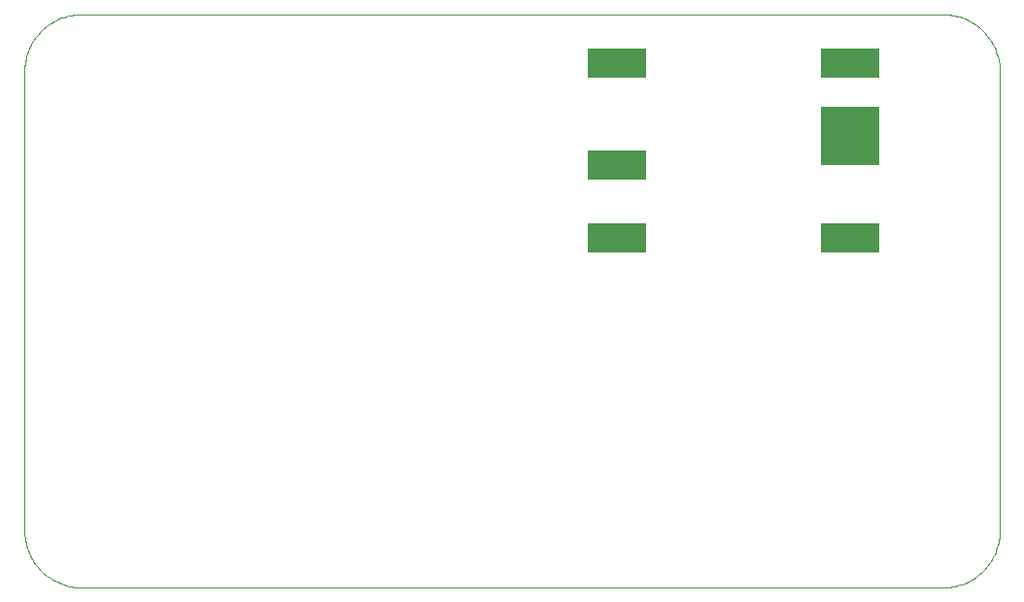
<source format=gtp>
G75*
%MOIN*%
%OFA0B0*%
%FSLAX24Y24*%
%IPPOS*%
%LPD*%
%AMOC8*
5,1,8,0,0,1.08239X$1,22.5*
%
%ADD10C,0.0000*%
%ADD11R,0.2000X0.1000*%
%ADD12R,0.2000X0.2000*%
D10*
X002899Y001930D02*
X032426Y001930D01*
X032512Y001932D01*
X032598Y001937D01*
X032683Y001947D01*
X032768Y001960D01*
X032852Y001977D01*
X032936Y001997D01*
X033018Y002021D01*
X033099Y002049D01*
X033180Y002080D01*
X033258Y002114D01*
X033335Y002152D01*
X033411Y002194D01*
X033484Y002238D01*
X033555Y002286D01*
X033625Y002337D01*
X033692Y002391D01*
X033756Y002447D01*
X033818Y002507D01*
X033878Y002569D01*
X033934Y002633D01*
X033988Y002700D01*
X034039Y002770D01*
X034087Y002841D01*
X034131Y002914D01*
X034173Y002990D01*
X034211Y003067D01*
X034245Y003145D01*
X034276Y003226D01*
X034304Y003307D01*
X034328Y003389D01*
X034348Y003473D01*
X034365Y003557D01*
X034378Y003642D01*
X034388Y003727D01*
X034393Y003813D01*
X034395Y003899D01*
X034395Y019647D01*
X034393Y019733D01*
X034388Y019819D01*
X034378Y019904D01*
X034365Y019989D01*
X034348Y020073D01*
X034328Y020157D01*
X034304Y020239D01*
X034276Y020320D01*
X034245Y020401D01*
X034211Y020479D01*
X034173Y020556D01*
X034131Y020632D01*
X034087Y020705D01*
X034039Y020776D01*
X033988Y020846D01*
X033934Y020913D01*
X033878Y020977D01*
X033818Y021039D01*
X033756Y021099D01*
X033692Y021155D01*
X033625Y021209D01*
X033555Y021260D01*
X033484Y021308D01*
X033411Y021352D01*
X033335Y021394D01*
X033258Y021432D01*
X033180Y021466D01*
X033099Y021497D01*
X033018Y021525D01*
X032936Y021549D01*
X032852Y021569D01*
X032768Y021586D01*
X032683Y021599D01*
X032598Y021609D01*
X032512Y021614D01*
X032426Y021616D01*
X032426Y021615D02*
X002899Y021615D01*
X002899Y021616D02*
X002811Y021614D01*
X002723Y021608D01*
X002635Y021598D01*
X002547Y021584D01*
X002461Y021567D01*
X002375Y021545D01*
X002291Y021520D01*
X002207Y021490D01*
X002125Y021458D01*
X002045Y021421D01*
X001966Y021381D01*
X001889Y021337D01*
X001814Y021290D01*
X001742Y021240D01*
X001671Y021186D01*
X001604Y021130D01*
X001538Y021070D01*
X001476Y021008D01*
X001416Y020942D01*
X001360Y020875D01*
X001306Y020804D01*
X001256Y020732D01*
X001209Y020657D01*
X001165Y020580D01*
X001125Y020501D01*
X001088Y020421D01*
X001056Y020339D01*
X001026Y020255D01*
X001001Y020171D01*
X000979Y020085D01*
X000962Y019999D01*
X000948Y019911D01*
X000938Y019823D01*
X000932Y019735D01*
X000930Y019647D01*
X000930Y003899D01*
X000932Y003811D01*
X000938Y003723D01*
X000948Y003635D01*
X000962Y003547D01*
X000979Y003461D01*
X001001Y003375D01*
X001026Y003291D01*
X001056Y003207D01*
X001088Y003125D01*
X001125Y003045D01*
X001165Y002966D01*
X001209Y002889D01*
X001256Y002814D01*
X001306Y002742D01*
X001360Y002671D01*
X001416Y002604D01*
X001476Y002538D01*
X001538Y002476D01*
X001604Y002416D01*
X001671Y002360D01*
X001742Y002306D01*
X001814Y002256D01*
X001889Y002209D01*
X001966Y002165D01*
X002045Y002125D01*
X002125Y002088D01*
X002207Y002056D01*
X002291Y002026D01*
X002375Y002001D01*
X002461Y001979D01*
X002547Y001962D01*
X002635Y001948D01*
X002723Y001938D01*
X002811Y001932D01*
X002899Y001930D01*
D11*
X021249Y013930D03*
X021249Y016430D03*
X021249Y019930D03*
X029249Y019930D03*
X029249Y013930D03*
D12*
X029249Y017430D03*
M02*

</source>
